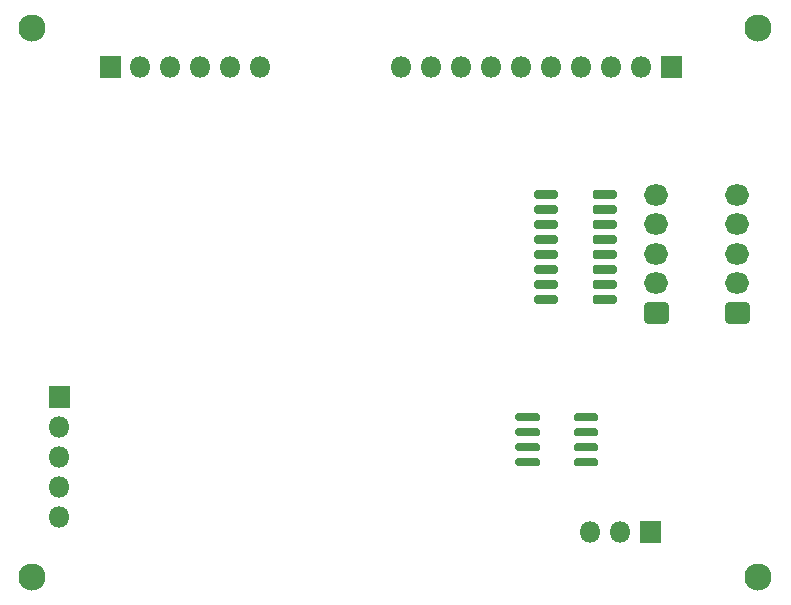
<source format=gbr>
%TF.GenerationSoftware,KiCad,Pcbnew,(5.1.9)-1*%
%TF.CreationDate,2020-12-29T21:02:10-08:00*%
%TF.ProjectId,Autoblind,4175746f-626c-4696-9e64-2e6b69636164,rev?*%
%TF.SameCoordinates,Original*%
%TF.FileFunction,Soldermask,Bot*%
%TF.FilePolarity,Negative*%
%FSLAX46Y46*%
G04 Gerber Fmt 4.6, Leading zero omitted, Abs format (unit mm)*
G04 Created by KiCad (PCBNEW (5.1.9)-1) date 2020-12-29 21:02:10*
%MOMM*%
%LPD*%
G01*
G04 APERTURE LIST*
%ADD10C,2.300000*%
%ADD11O,2.050000X1.800000*%
%ADD12O,1.800000X1.800000*%
G04 APERTURE END LIST*
D10*
%TO.C, *%
X103124000Y-130810000D03*
%TD*%
%TO.C, *%
X103124000Y-84328000D03*
%TD*%
%TO.C, *%
X41656000Y-130810000D03*
%TD*%
%TO.C, *%
X41656000Y-84328000D03*
%TD*%
D11*
%TO.C,J6*%
X101346000Y-98458000D03*
X101346000Y-100958000D03*
X101346000Y-103458000D03*
X101346000Y-105958000D03*
G36*
G01*
X102106295Y-109358000D02*
X100585705Y-109358000D01*
G75*
G02*
X100321000Y-109093295I0J264705D01*
G01*
X100321000Y-107822705D01*
G75*
G02*
X100585705Y-107558000I264705J0D01*
G01*
X102106295Y-107558000D01*
G75*
G02*
X102371000Y-107822705I0J-264705D01*
G01*
X102371000Y-109093295D01*
G75*
G02*
X102106295Y-109358000I-264705J0D01*
G01*
G37*
%TD*%
%TO.C,J5*%
X94488000Y-98458000D03*
X94488000Y-100958000D03*
X94488000Y-103458000D03*
X94488000Y-105958000D03*
G36*
G01*
X95248295Y-109358000D02*
X93727705Y-109358000D01*
G75*
G02*
X93463000Y-109093295I0J264705D01*
G01*
X93463000Y-107822705D01*
G75*
G02*
X93727705Y-107558000I264705J0D01*
G01*
X95248295Y-107558000D01*
G75*
G02*
X95513000Y-107822705I0J-264705D01*
G01*
X95513000Y-109093295D01*
G75*
G02*
X95248295Y-109358000I-264705J0D01*
G01*
G37*
%TD*%
%TO.C,U5*%
G36*
G01*
X84604999Y-117114999D02*
X84604999Y-117464999D01*
G75*
G02*
X84429999Y-117639999I-175000J0D01*
G01*
X82729999Y-117639999D01*
G75*
G02*
X82554999Y-117464999I0J175000D01*
G01*
X82554999Y-117114999D01*
G75*
G02*
X82729999Y-116939999I175000J0D01*
G01*
X84429999Y-116939999D01*
G75*
G02*
X84604999Y-117114999I0J-175000D01*
G01*
G37*
G36*
G01*
X84604999Y-118384999D02*
X84604999Y-118734999D01*
G75*
G02*
X84429999Y-118909999I-175000J0D01*
G01*
X82729999Y-118909999D01*
G75*
G02*
X82554999Y-118734999I0J175000D01*
G01*
X82554999Y-118384999D01*
G75*
G02*
X82729999Y-118209999I175000J0D01*
G01*
X84429999Y-118209999D01*
G75*
G02*
X84604999Y-118384999I0J-175000D01*
G01*
G37*
G36*
G01*
X84604999Y-119654999D02*
X84604999Y-120004999D01*
G75*
G02*
X84429999Y-120179999I-175000J0D01*
G01*
X82729999Y-120179999D01*
G75*
G02*
X82554999Y-120004999I0J175000D01*
G01*
X82554999Y-119654999D01*
G75*
G02*
X82729999Y-119479999I175000J0D01*
G01*
X84429999Y-119479999D01*
G75*
G02*
X84604999Y-119654999I0J-175000D01*
G01*
G37*
G36*
G01*
X84604999Y-120924999D02*
X84604999Y-121274999D01*
G75*
G02*
X84429999Y-121449999I-175000J0D01*
G01*
X82729999Y-121449999D01*
G75*
G02*
X82554999Y-121274999I0J175000D01*
G01*
X82554999Y-120924999D01*
G75*
G02*
X82729999Y-120749999I175000J0D01*
G01*
X84429999Y-120749999D01*
G75*
G02*
X84604999Y-120924999I0J-175000D01*
G01*
G37*
G36*
G01*
X89554999Y-120924999D02*
X89554999Y-121274999D01*
G75*
G02*
X89379999Y-121449999I-175000J0D01*
G01*
X87679999Y-121449999D01*
G75*
G02*
X87504999Y-121274999I0J175000D01*
G01*
X87504999Y-120924999D01*
G75*
G02*
X87679999Y-120749999I175000J0D01*
G01*
X89379999Y-120749999D01*
G75*
G02*
X89554999Y-120924999I0J-175000D01*
G01*
G37*
G36*
G01*
X89554999Y-119654999D02*
X89554999Y-120004999D01*
G75*
G02*
X89379999Y-120179999I-175000J0D01*
G01*
X87679999Y-120179999D01*
G75*
G02*
X87504999Y-120004999I0J175000D01*
G01*
X87504999Y-119654999D01*
G75*
G02*
X87679999Y-119479999I175000J0D01*
G01*
X89379999Y-119479999D01*
G75*
G02*
X89554999Y-119654999I0J-175000D01*
G01*
G37*
G36*
G01*
X89554999Y-118384999D02*
X89554999Y-118734999D01*
G75*
G02*
X89379999Y-118909999I-175000J0D01*
G01*
X87679999Y-118909999D01*
G75*
G02*
X87504999Y-118734999I0J175000D01*
G01*
X87504999Y-118384999D01*
G75*
G02*
X87679999Y-118209999I175000J0D01*
G01*
X89379999Y-118209999D01*
G75*
G02*
X89554999Y-118384999I0J-175000D01*
G01*
G37*
G36*
G01*
X89554999Y-117114999D02*
X89554999Y-117464999D01*
G75*
G02*
X89379999Y-117639999I-175000J0D01*
G01*
X87679999Y-117639999D01*
G75*
G02*
X87504999Y-117464999I0J175000D01*
G01*
X87504999Y-117114999D01*
G75*
G02*
X87679999Y-116939999I175000J0D01*
G01*
X89379999Y-116939999D01*
G75*
G02*
X89554999Y-117114999I0J-175000D01*
G01*
G37*
%TD*%
D12*
%TO.C,J1*%
X43942000Y-125730000D03*
X43942000Y-123190000D03*
X43942000Y-120650000D03*
X43942000Y-118110000D03*
G36*
G01*
X43042000Y-116420000D02*
X43042000Y-114720000D01*
G75*
G02*
X43092000Y-114670000I50000J0D01*
G01*
X44792000Y-114670000D01*
G75*
G02*
X44842000Y-114720000I0J-50000D01*
G01*
X44842000Y-116420000D01*
G75*
G02*
X44792000Y-116470000I-50000J0D01*
G01*
X43092000Y-116470000D01*
G75*
G02*
X43042000Y-116420000I0J50000D01*
G01*
G37*
%TD*%
%TO.C,U4*%
G36*
G01*
X89080000Y-107490000D02*
X89080000Y-107140000D01*
G75*
G02*
X89255000Y-106965000I175000J0D01*
G01*
X90955000Y-106965000D01*
G75*
G02*
X91130000Y-107140000I0J-175000D01*
G01*
X91130000Y-107490000D01*
G75*
G02*
X90955000Y-107665000I-175000J0D01*
G01*
X89255000Y-107665000D01*
G75*
G02*
X89080000Y-107490000I0J175000D01*
G01*
G37*
G36*
G01*
X89080000Y-106220000D02*
X89080000Y-105870000D01*
G75*
G02*
X89255000Y-105695000I175000J0D01*
G01*
X90955000Y-105695000D01*
G75*
G02*
X91130000Y-105870000I0J-175000D01*
G01*
X91130000Y-106220000D01*
G75*
G02*
X90955000Y-106395000I-175000J0D01*
G01*
X89255000Y-106395000D01*
G75*
G02*
X89080000Y-106220000I0J175000D01*
G01*
G37*
G36*
G01*
X89080000Y-104950000D02*
X89080000Y-104600000D01*
G75*
G02*
X89255000Y-104425000I175000J0D01*
G01*
X90955000Y-104425000D01*
G75*
G02*
X91130000Y-104600000I0J-175000D01*
G01*
X91130000Y-104950000D01*
G75*
G02*
X90955000Y-105125000I-175000J0D01*
G01*
X89255000Y-105125000D01*
G75*
G02*
X89080000Y-104950000I0J175000D01*
G01*
G37*
G36*
G01*
X89080000Y-103680000D02*
X89080000Y-103330000D01*
G75*
G02*
X89255000Y-103155000I175000J0D01*
G01*
X90955000Y-103155000D01*
G75*
G02*
X91130000Y-103330000I0J-175000D01*
G01*
X91130000Y-103680000D01*
G75*
G02*
X90955000Y-103855000I-175000J0D01*
G01*
X89255000Y-103855000D01*
G75*
G02*
X89080000Y-103680000I0J175000D01*
G01*
G37*
G36*
G01*
X89080000Y-102410000D02*
X89080000Y-102060000D01*
G75*
G02*
X89255000Y-101885000I175000J0D01*
G01*
X90955000Y-101885000D01*
G75*
G02*
X91130000Y-102060000I0J-175000D01*
G01*
X91130000Y-102410000D01*
G75*
G02*
X90955000Y-102585000I-175000J0D01*
G01*
X89255000Y-102585000D01*
G75*
G02*
X89080000Y-102410000I0J175000D01*
G01*
G37*
G36*
G01*
X89080000Y-101140000D02*
X89080000Y-100790000D01*
G75*
G02*
X89255000Y-100615000I175000J0D01*
G01*
X90955000Y-100615000D01*
G75*
G02*
X91130000Y-100790000I0J-175000D01*
G01*
X91130000Y-101140000D01*
G75*
G02*
X90955000Y-101315000I-175000J0D01*
G01*
X89255000Y-101315000D01*
G75*
G02*
X89080000Y-101140000I0J175000D01*
G01*
G37*
G36*
G01*
X89080000Y-99870000D02*
X89080000Y-99520000D01*
G75*
G02*
X89255000Y-99345000I175000J0D01*
G01*
X90955000Y-99345000D01*
G75*
G02*
X91130000Y-99520000I0J-175000D01*
G01*
X91130000Y-99870000D01*
G75*
G02*
X90955000Y-100045000I-175000J0D01*
G01*
X89255000Y-100045000D01*
G75*
G02*
X89080000Y-99870000I0J175000D01*
G01*
G37*
G36*
G01*
X89080000Y-98600000D02*
X89080000Y-98250000D01*
G75*
G02*
X89255000Y-98075000I175000J0D01*
G01*
X90955000Y-98075000D01*
G75*
G02*
X91130000Y-98250000I0J-175000D01*
G01*
X91130000Y-98600000D01*
G75*
G02*
X90955000Y-98775000I-175000J0D01*
G01*
X89255000Y-98775000D01*
G75*
G02*
X89080000Y-98600000I0J175000D01*
G01*
G37*
G36*
G01*
X84130000Y-98600000D02*
X84130000Y-98250000D01*
G75*
G02*
X84305000Y-98075000I175000J0D01*
G01*
X86005000Y-98075000D01*
G75*
G02*
X86180000Y-98250000I0J-175000D01*
G01*
X86180000Y-98600000D01*
G75*
G02*
X86005000Y-98775000I-175000J0D01*
G01*
X84305000Y-98775000D01*
G75*
G02*
X84130000Y-98600000I0J175000D01*
G01*
G37*
G36*
G01*
X84130000Y-99870000D02*
X84130000Y-99520000D01*
G75*
G02*
X84305000Y-99345000I175000J0D01*
G01*
X86005000Y-99345000D01*
G75*
G02*
X86180000Y-99520000I0J-175000D01*
G01*
X86180000Y-99870000D01*
G75*
G02*
X86005000Y-100045000I-175000J0D01*
G01*
X84305000Y-100045000D01*
G75*
G02*
X84130000Y-99870000I0J175000D01*
G01*
G37*
G36*
G01*
X84130000Y-101140000D02*
X84130000Y-100790000D01*
G75*
G02*
X84305000Y-100615000I175000J0D01*
G01*
X86005000Y-100615000D01*
G75*
G02*
X86180000Y-100790000I0J-175000D01*
G01*
X86180000Y-101140000D01*
G75*
G02*
X86005000Y-101315000I-175000J0D01*
G01*
X84305000Y-101315000D01*
G75*
G02*
X84130000Y-101140000I0J175000D01*
G01*
G37*
G36*
G01*
X84130000Y-102410000D02*
X84130000Y-102060000D01*
G75*
G02*
X84305000Y-101885000I175000J0D01*
G01*
X86005000Y-101885000D01*
G75*
G02*
X86180000Y-102060000I0J-175000D01*
G01*
X86180000Y-102410000D01*
G75*
G02*
X86005000Y-102585000I-175000J0D01*
G01*
X84305000Y-102585000D01*
G75*
G02*
X84130000Y-102410000I0J175000D01*
G01*
G37*
G36*
G01*
X84130000Y-103680000D02*
X84130000Y-103330000D01*
G75*
G02*
X84305000Y-103155000I175000J0D01*
G01*
X86005000Y-103155000D01*
G75*
G02*
X86180000Y-103330000I0J-175000D01*
G01*
X86180000Y-103680000D01*
G75*
G02*
X86005000Y-103855000I-175000J0D01*
G01*
X84305000Y-103855000D01*
G75*
G02*
X84130000Y-103680000I0J175000D01*
G01*
G37*
G36*
G01*
X84130000Y-104950000D02*
X84130000Y-104600000D01*
G75*
G02*
X84305000Y-104425000I175000J0D01*
G01*
X86005000Y-104425000D01*
G75*
G02*
X86180000Y-104600000I0J-175000D01*
G01*
X86180000Y-104950000D01*
G75*
G02*
X86005000Y-105125000I-175000J0D01*
G01*
X84305000Y-105125000D01*
G75*
G02*
X84130000Y-104950000I0J175000D01*
G01*
G37*
G36*
G01*
X84130000Y-106220000D02*
X84130000Y-105870000D01*
G75*
G02*
X84305000Y-105695000I175000J0D01*
G01*
X86005000Y-105695000D01*
G75*
G02*
X86180000Y-105870000I0J-175000D01*
G01*
X86180000Y-106220000D01*
G75*
G02*
X86005000Y-106395000I-175000J0D01*
G01*
X84305000Y-106395000D01*
G75*
G02*
X84130000Y-106220000I0J175000D01*
G01*
G37*
G36*
G01*
X84130000Y-107490000D02*
X84130000Y-107140000D01*
G75*
G02*
X84305000Y-106965000I175000J0D01*
G01*
X86005000Y-106965000D01*
G75*
G02*
X86180000Y-107140000I0J-175000D01*
G01*
X86180000Y-107490000D01*
G75*
G02*
X86005000Y-107665000I-175000J0D01*
G01*
X84305000Y-107665000D01*
G75*
G02*
X84130000Y-107490000I0J175000D01*
G01*
G37*
%TD*%
%TO.C,J4*%
X88900000Y-127000000D03*
X91440000Y-127000000D03*
G36*
G01*
X93130000Y-126100000D02*
X94830000Y-126100000D01*
G75*
G02*
X94880000Y-126150000I0J-50000D01*
G01*
X94880000Y-127850000D01*
G75*
G02*
X94830000Y-127900000I-50000J0D01*
G01*
X93130000Y-127900000D01*
G75*
G02*
X93080000Y-127850000I0J50000D01*
G01*
X93080000Y-126150000D01*
G75*
G02*
X93130000Y-126100000I50000J0D01*
G01*
G37*
%TD*%
%TO.C,J3*%
X72898000Y-87630000D03*
X75438000Y-87630000D03*
X77978000Y-87630000D03*
X80518000Y-87630000D03*
X83058000Y-87630000D03*
X85598000Y-87630000D03*
X88138000Y-87630000D03*
X90678000Y-87630000D03*
X93218000Y-87630000D03*
G36*
G01*
X94908000Y-86730000D02*
X96608000Y-86730000D01*
G75*
G02*
X96658000Y-86780000I0J-50000D01*
G01*
X96658000Y-88480000D01*
G75*
G02*
X96608000Y-88530000I-50000J0D01*
G01*
X94908000Y-88530000D01*
G75*
G02*
X94858000Y-88480000I0J50000D01*
G01*
X94858000Y-86780000D01*
G75*
G02*
X94908000Y-86730000I50000J0D01*
G01*
G37*
%TD*%
%TO.C,J2*%
X60960000Y-87630000D03*
X58420000Y-87630000D03*
X55880000Y-87630000D03*
X53340000Y-87630000D03*
X50800000Y-87630000D03*
G36*
G01*
X49110000Y-88530000D02*
X47410000Y-88530000D01*
G75*
G02*
X47360000Y-88480000I0J50000D01*
G01*
X47360000Y-86780000D01*
G75*
G02*
X47410000Y-86730000I50000J0D01*
G01*
X49110000Y-86730000D01*
G75*
G02*
X49160000Y-86780000I0J-50000D01*
G01*
X49160000Y-88480000D01*
G75*
G02*
X49110000Y-88530000I-50000J0D01*
G01*
G37*
%TD*%
M02*

</source>
